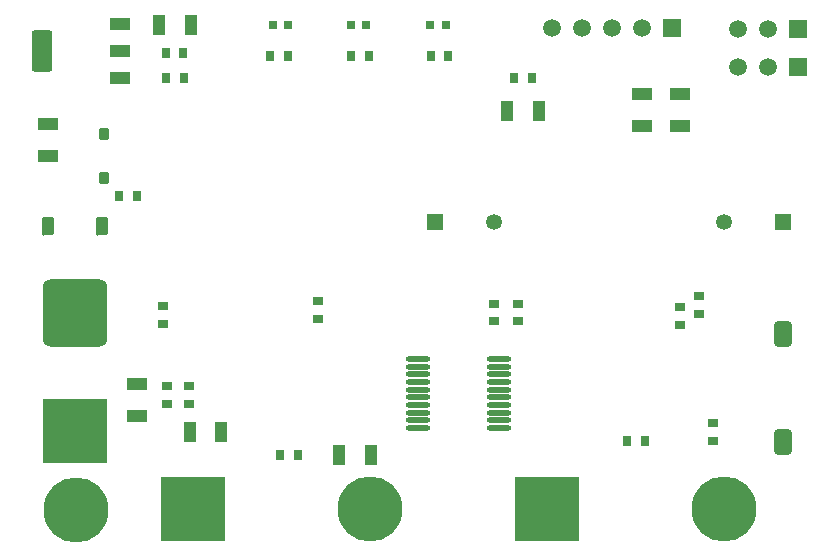
<source format=gbr>
G04 Layer_Color=255*
%FSLAX42Y42*%
%MOMM*%
%TF.FileFunction,Pads,Top*%
%TF.Part,Single*%
G01*
G75*
%TA.AperFunction,SMDPad,CuDef*%
G04:AMPARAMS|DCode=10|XSize=1.6mm|YSize=2.19mm|CornerRadius=0.4mm|HoleSize=0mm|Usage=FLASHONLY|Rotation=0.000|XOffset=0mm|YOffset=0mm|HoleType=Round|Shape=RoundedRectangle|*
%AMROUNDEDRECTD10*
21,1,1.60,1.39,0,0,0.0*
21,1,0.80,2.19,0,0,0.0*
1,1,0.80,0.40,-0.69*
1,1,0.80,-0.40,-0.69*
1,1,0.80,-0.40,0.69*
1,1,0.80,0.40,0.69*
%
%ADD10ROUNDEDRECTD10*%
%ADD11R,1.70X1.10*%
%ADD12O,2.10X0.45*%
%ADD13R,0.70X0.90*%
%ADD14R,0.90X0.70*%
%ADD15R,0.65X0.80*%
%ADD16R,1.10X1.70*%
G04:AMPARAMS|DCode=17|XSize=0.8mm|YSize=1mm|CornerRadius=0.1mm|HoleSize=0mm|Usage=FLASHONLY|Rotation=180.000|XOffset=0mm|YOffset=0mm|HoleType=Round|Shape=RoundedRectangle|*
%AMROUNDEDRECTD17*
21,1,0.80,0.80,0,0,180.0*
21,1,0.60,1.00,0,0,180.0*
1,1,0.20,-0.30,0.40*
1,1,0.20,0.30,0.40*
1,1,0.20,0.30,-0.40*
1,1,0.20,-0.30,-0.40*
%
%ADD17ROUNDEDRECTD17*%
G04:AMPARAMS|DCode=18|XSize=3.5mm|YSize=1.75mm|CornerRadius=0.22mm|HoleSize=0mm|Usage=FLASHONLY|Rotation=90.000|XOffset=0mm|YOffset=0mm|HoleType=Round|Shape=RoundedRectangle|*
%AMROUNDEDRECTD18*
21,1,3.50,1.31,0,0,90.0*
21,1,3.06,1.75,0,0,90.0*
1,1,0.44,0.66,1.53*
1,1,0.44,0.66,-1.53*
1,1,0.44,-0.66,-1.53*
1,1,0.44,-0.66,1.53*
%
%ADD18ROUNDEDRECTD18*%
G04:AMPARAMS|DCode=19|XSize=1.1mm|YSize=1.75mm|CornerRadius=0.14mm|HoleSize=0mm|Usage=FLASHONLY|Rotation=90.000|XOffset=0mm|YOffset=0mm|HoleType=Round|Shape=RoundedRectangle|*
%AMROUNDEDRECTD19*
21,1,1.10,1.48,0,0,90.0*
21,1,0.82,1.75,0,0,90.0*
1,1,0.28,0.74,0.41*
1,1,0.28,0.74,-0.41*
1,1,0.28,-0.74,-0.41*
1,1,0.28,-0.74,0.41*
%
%ADD19ROUNDEDRECTD19*%
G04:AMPARAMS|DCode=20|XSize=1.1mm|YSize=1.75mm|CornerRadius=0.14mm|HoleSize=0mm|Usage=FLASHONLY|Rotation=90.000|XOffset=0mm|YOffset=0mm|HoleType=Round|Shape=RoundedRectangle|*
%AMROUNDEDRECTD20*
21,1,1.10,1.48,0,0,90.0*
21,1,0.82,1.75,0,0,90.0*
1,1,0.28,0.74,0.41*
1,1,0.28,0.74,-0.41*
1,1,0.28,-0.74,-0.41*
1,1,0.28,-0.74,0.41*
%
%ADD20ROUNDEDRECTD20*%
G04:AMPARAMS|DCode=21|XSize=5.5mm|YSize=5.7mm|CornerRadius=0.69mm|HoleSize=0mm|Usage=FLASHONLY|Rotation=180.000|XOffset=0mm|YOffset=0mm|HoleType=Round|Shape=RoundedRectangle|*
%AMROUNDEDRECTD21*
21,1,5.50,4.33,0,0,180.0*
21,1,4.13,5.70,0,0,180.0*
1,1,1.38,-2.06,2.16*
1,1,1.38,2.06,2.16*
1,1,1.38,2.06,-2.16*
1,1,1.38,-2.06,-2.16*
%
%ADD21ROUNDEDRECTD21*%
G04:AMPARAMS|DCode=22|XSize=1mm|YSize=1.6mm|CornerRadius=0.13mm|HoleSize=0mm|Usage=FLASHONLY|Rotation=180.000|XOffset=0mm|YOffset=0mm|HoleType=Round|Shape=RoundedRectangle|*
%AMROUNDEDRECTD22*
21,1,1.00,1.35,0,0,180.0*
21,1,0.75,1.60,0,0,180.0*
1,1,0.25,-0.38,0.68*
1,1,0.25,0.38,0.68*
1,1,0.25,0.38,-0.68*
1,1,0.25,-0.38,-0.68*
%
%ADD22ROUNDEDRECTD22*%
%TA.AperFunction,ComponentPad*%
%ADD28R,1.50X1.50*%
%ADD29C,1.50*%
%ADD30R,5.50X5.50*%
%ADD31C,5.50*%
%ADD32R,5.50X5.50*%
%ADD33C,1.35*%
%ADD34R,1.35X1.35*%
D10*
X6500Y1065D02*
D03*
Y1984D02*
D03*
D11*
X5625Y4010D02*
D03*
Y3740D02*
D03*
X5300Y4010D02*
D03*
Y3740D02*
D03*
X1025Y1290D02*
D03*
Y1560D02*
D03*
X275Y3760D02*
D03*
Y3490D02*
D03*
D12*
X3405Y1767D02*
D03*
Y1702D02*
D03*
Y1638D02*
D03*
Y1573D02*
D03*
Y1507D02*
D03*
Y1443D02*
D03*
Y1377D02*
D03*
Y1312D02*
D03*
Y1248D02*
D03*
Y1182D02*
D03*
X4095Y1767D02*
D03*
Y1702D02*
D03*
Y1638D02*
D03*
Y1573D02*
D03*
Y1507D02*
D03*
Y1443D02*
D03*
Y1377D02*
D03*
Y1312D02*
D03*
Y1248D02*
D03*
Y1182D02*
D03*
D13*
X2156Y4338D02*
D03*
X2306D02*
D03*
X5175Y1075D02*
D03*
X5325D02*
D03*
X2238Y956D02*
D03*
X2388D02*
D03*
X4369Y4144D02*
D03*
X4219D02*
D03*
X3512Y4338D02*
D03*
X3662D02*
D03*
X2838D02*
D03*
X2988D02*
D03*
X1425Y4144D02*
D03*
X1275D02*
D03*
X1269Y4356D02*
D03*
X1419D02*
D03*
X1025Y3150D02*
D03*
X875D02*
D03*
D14*
X5900Y1075D02*
D03*
Y1225D02*
D03*
X1281Y1388D02*
D03*
Y1538D02*
D03*
X1469Y1388D02*
D03*
Y1538D02*
D03*
X1250Y2069D02*
D03*
Y2219D02*
D03*
X5625Y2056D02*
D03*
Y2206D02*
D03*
X5788Y2150D02*
D03*
Y2300D02*
D03*
X4050Y2088D02*
D03*
Y2238D02*
D03*
X4250Y2088D02*
D03*
Y2238D02*
D03*
X2556Y2106D02*
D03*
Y2256D02*
D03*
D15*
X2965Y4600D02*
D03*
X2835D02*
D03*
X3510D02*
D03*
X3640D02*
D03*
X2175D02*
D03*
X2305D02*
D03*
D16*
X1215D02*
D03*
X1485D02*
D03*
X1471Y1150D02*
D03*
X1741D02*
D03*
X3008Y956D02*
D03*
X2738D02*
D03*
X4429Y3869D02*
D03*
X4159D02*
D03*
D17*
X750Y3672D02*
D03*
Y3303D02*
D03*
D18*
X220Y4375D02*
D03*
D19*
X880Y4605D02*
D03*
Y4375D02*
D03*
D20*
Y4145D02*
D03*
D21*
X500Y2155D02*
D03*
D22*
X271Y2895D02*
D03*
X728Y2895D02*
D03*
D28*
X6623Y4238D02*
D03*
X6621Y4562D02*
D03*
X5554Y4575D02*
D03*
D29*
X6369Y4238D02*
D03*
X6115D02*
D03*
X6112Y4562D02*
D03*
X6367D02*
D03*
X4538Y4575D02*
D03*
X4792D02*
D03*
X5046D02*
D03*
X5300D02*
D03*
D30*
X500Y1157D02*
D03*
D31*
X512Y488D02*
D03*
X6000Y500D02*
D03*
X3000D02*
D03*
D32*
X4500D02*
D03*
X1500D02*
D03*
D33*
X4050Y2925D02*
D03*
X6000Y2925D02*
D03*
D34*
X3550D02*
D03*
X6500Y2925D02*
D03*
%TF.MD5,0b91833273baeb57251b41f6d4ac3e3f*%
M02*

</source>
